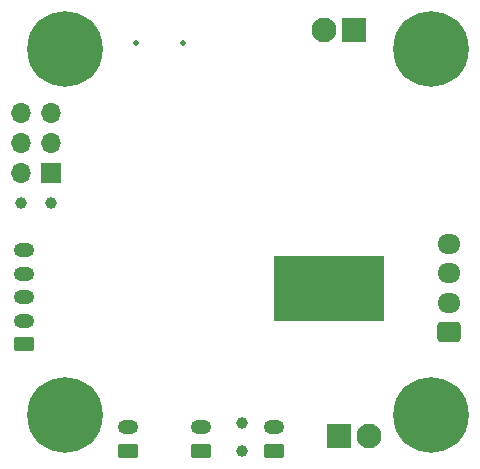
<source format=gbs>
G04 #@! TF.GenerationSoftware,KiCad,Pcbnew,5.99.0-unknown-e8102d85dc~128~ubuntu20.04.1*
G04 #@! TF.CreationDate,2021-05-23T19:45:16-07:00*
G04 #@! TF.ProjectId,Huvud,48757675-642e-46b6-9963-61645f706362,rev?*
G04 #@! TF.SameCoordinates,PXad91980PY876bf80*
G04 #@! TF.FileFunction,Soldermask,Bot*
G04 #@! TF.FilePolarity,Negative*
%FSLAX46Y46*%
G04 Gerber Fmt 4.6, Leading zero omitted, Abs format (unit mm)*
G04 Created by KiCad (PCBNEW 5.99.0-unknown-e8102d85dc~128~ubuntu20.04.1) date 2021-05-23 19:45:16*
%MOMM*%
%LPD*%
G01*
G04 APERTURE LIST*
G04 Aperture macros list*
%AMRoundRect*
0 Rectangle with rounded corners*
0 $1 Rounding radius*
0 $2 $3 $4 $5 $6 $7 $8 $9 X,Y pos of 4 corners*
0 Add a 4 corners polygon primitive as box body*
4,1,4,$2,$3,$4,$5,$6,$7,$8,$9,$2,$3,0*
0 Add four circle primitives for the rounded corners*
1,1,$1+$1,$2,$3*
1,1,$1+$1,$4,$5*
1,1,$1+$1,$6,$7*
1,1,$1+$1,$8,$9*
0 Add four rect primitives between the rounded corners*
20,1,$1+$1,$2,$3,$4,$5,0*
20,1,$1+$1,$4,$5,$6,$7,0*
20,1,$1+$1,$6,$7,$8,$9,0*
20,1,$1+$1,$8,$9,$2,$3,0*%
G04 Aperture macros list end*
%ADD10C,0.100000*%
%ADD11RoundRect,0.250000X0.625000X-0.350000X0.625000X0.350000X-0.625000X0.350000X-0.625000X-0.350000X0*%
%ADD12O,1.750000X1.200000*%
%ADD13C,0.800000*%
%ADD14C,6.400000*%
%ADD15C,0.500000*%
%ADD16R,1.700000X1.700000*%
%ADD17O,1.700000X1.700000*%
%ADD18R,2.100000X2.100000*%
%ADD19C,2.100000*%
%ADD20RoundRect,0.250000X0.725000X-0.600000X0.725000X0.600000X-0.725000X0.600000X-0.725000X-0.600000X0*%
%ADD21O,1.950000X1.700000*%
%ADD22C,1.000000*%
G04 APERTURE END LIST*
D10*
X32450000Y13550000D02*
X23200000Y13550000D01*
X23200000Y13550000D02*
X23200000Y18950000D01*
X23200000Y18950000D02*
X32450000Y18950000D01*
X32450000Y18950000D02*
X32450000Y13550000D01*
G36*
X32450000Y13550000D02*
G01*
X23200000Y13550000D01*
X23200000Y18950000D01*
X32450000Y18950000D01*
X32450000Y13550000D01*
G37*
X32450000Y13550000D02*
X23200000Y13550000D01*
X23200000Y18950000D01*
X32450000Y18950000D01*
X32450000Y13550000D01*
D11*
X2100000Y11500000D03*
D12*
X2100000Y13500000D03*
X2100000Y15500000D03*
X2100000Y17500000D03*
X2100000Y19500000D03*
D11*
X23250000Y2500000D03*
D12*
X23250000Y4500000D03*
D13*
X36500000Y34100000D03*
X34802944Y38197056D03*
X36500000Y38900000D03*
X34100000Y36500000D03*
X38900000Y36500000D03*
X38197056Y38197056D03*
X34802944Y34802944D03*
D14*
X36500000Y36500000D03*
D13*
X38197056Y34802944D03*
X38197056Y3802944D03*
X36500000Y3100000D03*
X36500000Y7900000D03*
X38197056Y7197056D03*
X38900000Y5500000D03*
X34802944Y3802944D03*
X34802944Y7197056D03*
D14*
X36500000Y5500000D03*
D13*
X34100000Y5500000D03*
D11*
X10850000Y2500000D03*
D12*
X10850000Y4500000D03*
D15*
X11525400Y37030800D03*
X15525400Y37030800D03*
D13*
X3100000Y5500000D03*
X3802944Y3802944D03*
X7900000Y5500000D03*
X5500000Y7900000D03*
D14*
X5500000Y5500000D03*
D13*
X3802944Y7197056D03*
X7197056Y7197056D03*
X5500000Y3100000D03*
X7197056Y3802944D03*
D16*
X4388500Y26024000D03*
D17*
X1848500Y26024000D03*
X4388500Y28564000D03*
X1848500Y28564000D03*
X4388500Y31104000D03*
X1848500Y31104000D03*
D13*
X5500000Y38900000D03*
X7197056Y34802944D03*
X7900000Y36500000D03*
X7197056Y38197056D03*
D14*
X5500000Y36500000D03*
D13*
X3802944Y38197056D03*
X5500000Y34100000D03*
X3802944Y34802944D03*
X3100000Y36500000D03*
D11*
X17050000Y2500000D03*
D12*
X17050000Y4500000D03*
D18*
X28750000Y3750000D03*
D19*
X31290000Y3750000D03*
D20*
X38038500Y12524000D03*
D21*
X38038500Y15024000D03*
X38038500Y17524000D03*
X38038500Y20024000D03*
D18*
X30000000Y38150000D03*
D19*
X27460000Y38150000D03*
D22*
X4388500Y23484000D03*
X1848500Y23484000D03*
X20500000Y2500000D03*
X20500000Y4840000D03*
M02*

</source>
